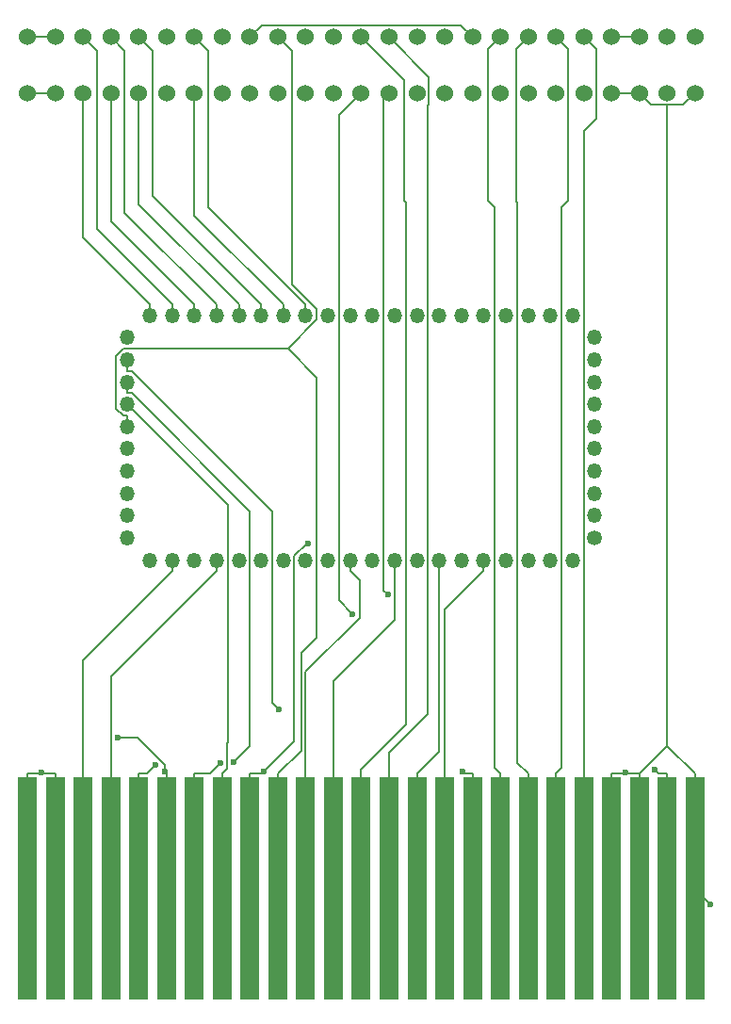
<source format=gbr>
%TF.GenerationSoftware,KiCad,Pcbnew,8.0.6*%
%TF.CreationDate,2024-10-17T23:30:33-05:00*%
%TF.ProjectId,n64_gamecat_rp2350b,6e36345f-6761-46d6-9563-61745f727032,rev?*%
%TF.SameCoordinates,Original*%
%TF.FileFunction,Copper,L2,Bot*%
%TF.FilePolarity,Positive*%
%FSLAX46Y46*%
G04 Gerber Fmt 4.6, Leading zero omitted, Abs format (unit mm)*
G04 Created by KiCad (PCBNEW 8.0.6) date 2024-10-17 23:30:33*
%MOMM*%
%LPD*%
G01*
G04 APERTURE LIST*
%TA.AperFunction,ComponentPad*%
%ADD10C,1.350000*%
%TD*%
%TA.AperFunction,ComponentPad*%
%ADD11O,1.350000X1.350000*%
%TD*%
%TA.AperFunction,SMDPad,CuDef*%
%ADD12R,1.800000X20.000000*%
%TD*%
%TA.AperFunction,ComponentPad*%
%ADD13C,1.524000*%
%TD*%
%TA.AperFunction,ViaPad*%
%ADD14C,0.600000*%
%TD*%
%TA.AperFunction,Conductor*%
%ADD15C,0.200000*%
%TD*%
G04 APERTURE END LIST*
D10*
%TO.P,U4,1,GPIO0*%
%TO.N,unconnected-(U4-GPIO0-Pad1)*%
X155000000Y-111500000D03*
D11*
%TO.P,U4,2,GPIO1*%
%TO.N,unconnected-(U4-GPIO1-Pad2)*%
X155000000Y-109500000D03*
%TO.P,U4,3,GPIO2*%
%TO.N,unconnected-(U4-GPIO2-Pad3)*%
X155000000Y-107500000D03*
%TO.P,U4,4,GPIO3*%
%TO.N,unconnected-(U4-GPIO3-Pad4)*%
X155000000Y-105500000D03*
%TO.P,U4,5,GPIO4*%
%TO.N,unconnected-(U4-GPIO4-Pad5)*%
X155000000Y-103500000D03*
%TO.P,U4,6,GPIO5*%
%TO.N,unconnected-(U4-GPIO5-Pad6)*%
X155000000Y-101500000D03*
%TO.P,U4,7,GPIO6*%
%TO.N,unconnected-(U4-GPIO6-Pad7)*%
X155000000Y-99500000D03*
%TO.P,U4,8,GPIO7*%
%TO.N,unconnected-(U4-GPIO7-Pad8)*%
X155000000Y-97500000D03*
%TO.P,U4,9,GPIO8*%
%TO.N,unconnected-(U4-GPIO8-Pad9)*%
X155000000Y-95500000D03*
%TO.P,U4,10,GPIO9*%
%TO.N,unconnected-(U4-GPIO9-Pad10)*%
X155000000Y-93500000D03*
%TO.P,U4,11,GPIO10*%
%TO.N,unconnected-(U4-GPIO10-Pad11)*%
X153000000Y-91500000D03*
%TO.P,U4,12,GPIO11*%
%TO.N,unconnected-(U4-GPIO11-Pad12)*%
X151000000Y-91500000D03*
%TO.P,U4,13,GPIO12*%
%TO.N,unconnected-(U4-GPIO12-Pad13)*%
X149000000Y-91500000D03*
%TO.P,U4,14,GPIO13*%
%TO.N,unconnected-(U4-GPIO13-Pad14)*%
X147000000Y-91500000D03*
%TO.P,U4,15,GPIO14*%
%TO.N,CA_AD7*%
X145000000Y-91500000D03*
%TO.P,U4,16,GPIO15*%
%TO.N,CA_AD8*%
X143000000Y-91500000D03*
%TO.P,U4,17,GPIO16*%
%TO.N,CA_AD6*%
X141000000Y-91500000D03*
%TO.P,U4,18,GPIO17*%
%TO.N,CA_AD9*%
X139000000Y-91500000D03*
%TO.P,U4,19,GPIO18*%
%TO.N,CA_AD5*%
X137000000Y-91500000D03*
%TO.P,U4,20,GPIO19*%
%TO.N,CA_AD10*%
X135000000Y-91500000D03*
%TO.P,U4,21,GPIO20*%
%TO.N,CA_AD4*%
X133000000Y-91500000D03*
%TO.P,U4,22,GPIO21*%
%TO.N,CA_AD11*%
X131000000Y-91500000D03*
%TO.P,U4,23,GPIO22*%
%TO.N,CA_AD3*%
X129000000Y-91500000D03*
%TO.P,U4,24,GPIO23*%
%TO.N,CA_AD12*%
X127000000Y-91500000D03*
%TO.P,U4,25,GPIO24*%
%TO.N,CA_AD2*%
X125000000Y-91500000D03*
%TO.P,U4,26,GPIO25*%
%TO.N,CA_AD13*%
X123000000Y-91500000D03*
%TO.P,U4,27,GPIO26*%
%TO.N,CA_AD1*%
X121000000Y-91500000D03*
%TO.P,U4,28,GPIO27*%
%TO.N,CA_AD14*%
X119000000Y-91500000D03*
%TO.P,U4,29,GPIO28*%
%TO.N,CA_AD0*%
X117000000Y-91500000D03*
%TO.P,U4,30,GPIO29*%
%TO.N,CA_AD15*%
X115000000Y-91500000D03*
%TO.P,U4,31,GPIO30*%
%TO.N,unconnected-(U4-GPIO30-Pad31)*%
X113000000Y-93500000D03*
%TO.P,U4,32,GPIO31*%
%TO.N,READ*%
X113000000Y-95500000D03*
%TO.P,U4,33,GPIO32*%
%TO.N,WRITE*%
X113000000Y-97500000D03*
%TO.P,U4,34,GPIO33*%
%TO.N,ALE_L*%
X113000000Y-99500000D03*
%TO.P,U4,35,GPIO34*%
%TO.N,ALE_H*%
X113000000Y-101500000D03*
%TO.P,U4,36,GPIO35*%
%TO.N,unconnected-(U4-GPIO35-Pad36)*%
X113000000Y-103500000D03*
%TO.P,U4,37,GPIO36*%
%TO.N,unconnected-(U4-GPIO36-Pad37)*%
X113000000Y-105500000D03*
%TO.P,U4,38,GPIO37*%
%TO.N,unconnected-(U4-GPIO37-Pad38)*%
X113000000Y-107500000D03*
%TO.P,U4,39,GPIO38*%
%TO.N,unconnected-(U4-GPIO38-Pad39)*%
X113000000Y-109500000D03*
%TO.P,U4,40,GPIO39*%
%TO.N,unconnected-(U4-GPIO39-Pad40)*%
X113000000Y-111500000D03*
%TO.P,U4,41,GPIO40*%
%TO.N,CO_AD15*%
X115000000Y-113500000D03*
%TO.P,U4,42,GPIO41*%
%TO.N,CO_AD0*%
X117000000Y-113500000D03*
%TO.P,U4,43,GPIO42*%
%TO.N,CO_AD14*%
X119000000Y-113500000D03*
%TO.P,U4,44,GPIO43*%
%TO.N,CO_AD1*%
X121000000Y-113500000D03*
%TO.P,U4,45,GPIO44*%
%TO.N,CO_AD13*%
X123000000Y-113500000D03*
%TO.P,U4,46,GPIO45*%
%TO.N,CO_AD2*%
X125000000Y-113500000D03*
%TO.P,U4,47,GPIO46*%
%TO.N,CO_AD12*%
X127000000Y-113500000D03*
%TO.P,U4,48,GPIO47*%
%TO.N,CO_AD3*%
X129000000Y-113500000D03*
%TO.P,U4,49,GPIO48*%
%TO.N,CO_AD11*%
X131000000Y-113500000D03*
%TO.P,U4,50,GPIO49*%
%TO.N,CO_AD4*%
X133000000Y-113500000D03*
%TO.P,U4,51,GPIO50*%
%TO.N,CO_AD10*%
X135000000Y-113500000D03*
%TO.P,U4,52,GPIO51*%
%TO.N,CO_AD5*%
X137000000Y-113500000D03*
%TO.P,U4,53,GPIO52*%
%TO.N,CO_AD9*%
X139000000Y-113500000D03*
%TO.P,U4,54,GPIO53*%
%TO.N,CO_AD6*%
X141000000Y-113500000D03*
%TO.P,U4,55,GPIO54*%
%TO.N,CO_AD8*%
X143000000Y-113500000D03*
%TO.P,U4,56,GPIO55*%
%TO.N,CO_AD7*%
X145000000Y-113500000D03*
%TO.P,U4,57,GPIO56*%
%TO.N,unconnected-(U4-GPIO56-Pad57)*%
X147000000Y-113500000D03*
%TO.P,U4,58,GPIO57*%
%TO.N,unconnected-(U4-GPIO57-Pad58)*%
X149000000Y-113500000D03*
%TO.P,U4,59,GPIO58*%
%TO.N,unconnected-(U4-GPIO58-Pad59)*%
X151000000Y-113500000D03*
%TO.P,U4,60,GPIO59*%
%TO.N,unconnected-(U4-GPIO59-Pad60)*%
X153000000Y-113500000D03*
%TD*%
D12*
%TO.P,U3,26,GND*%
%TO.N,GND*%
X104000000Y-143000000D03*
%TO.P,U3,27,GND*%
X106500000Y-143000000D03*
%TO.P,U3,28,AD0*%
%TO.N,CO_AD0*%
X109000000Y-143000000D03*
%TO.P,U3,29,AD1*%
%TO.N,CO_AD1*%
X111500000Y-143000000D03*
%TO.P,U3,30,AD2*%
%TO.N,CO_AD2*%
X114000000Y-143000000D03*
%TO.P,U3,31,GND*%
%TO.N,GND*%
X116500000Y-143000000D03*
%TO.P,U3,32,AD3*%
%TO.N,CO_AD3*%
X119000000Y-143000000D03*
%TO.P,U3,33,ALE_L*%
%TO.N,ALE_L*%
X121500000Y-143000000D03*
%TO.P,U3,34,VCC*%
%TO.N,+3V3*%
X124000000Y-143000000D03*
%TO.P,U3,35,ALE_H*%
%TO.N,ALE_H*%
X126500000Y-143000000D03*
%TO.P,U3,36,AD4*%
%TO.N,CO_AD4*%
X129000000Y-143000000D03*
%TO.P,U3,37,AD5*%
%TO.N,CO_AD5*%
X131500000Y-143000000D03*
%TO.P,U3,38,NC*%
%TO.N,Net-(U2-NC-Pad38)*%
X134000000Y-143000000D03*
%TO.P,U3,39,NC*%
%TO.N,Net-(U2-NC-Pad39)*%
X136500000Y-143000000D03*
%TO.P,U3,40,AD6*%
%TO.N,CO_AD6*%
X139000000Y-143000000D03*
%TO.P,U3,41,AD7*%
%TO.N,CO_AD7*%
X141500000Y-143000000D03*
%TO.P,U3,42,VCC*%
%TO.N,+3V3*%
X144000000Y-143000000D03*
%TO.P,U3,43,PIF_CIC*%
%TO.N,Net-(U2-PIF_CIC)*%
X146500000Y-143000000D03*
%TO.P,U3,44,JTAG_CLK*%
%TO.N,Net-(U2-JTAG_CLK)*%
X149000000Y-143000000D03*
%TO.P,U3,45,NMI_R4300*%
%TO.N,Net-(U2-NMI_R4300)*%
X151500000Y-143000000D03*
%TO.P,U3,46,VIDEO_CLK*%
%TO.N,Net-(U2-VIDEO_CLK)*%
X154000000Y-143000000D03*
%TO.P,U3,47,GND*%
%TO.N,GND*%
X156500000Y-143000000D03*
%TO.P,U3,48,GND*%
X159000000Y-143000000D03*
%TO.P,U3,49,R_AUDIO*%
%TO.N,Net-(U2-R_AUDIO)*%
X161500000Y-143000000D03*
%TO.P,U3,50,GND*%
%TO.N,GND*%
X164000000Y-143000000D03*
%TD*%
D13*
%TO.P,U2,1,GND*%
%TO.N,GND*%
X104000000Y-71500000D03*
%TO.P,U2,2,GND*%
X106500000Y-71500000D03*
%TO.P,U2,3,AD15*%
%TO.N,CA_AD15*%
X109000000Y-71500000D03*
%TO.P,U2,4,AD14*%
%TO.N,CA_AD14*%
X111500000Y-71500000D03*
%TO.P,U2,5,AD13*%
%TO.N,CA_AD13*%
X114000000Y-71500000D03*
%TO.P,U2,6,GND*%
%TO.N,GND*%
X116500000Y-71500000D03*
%TO.P,U2,7,AD12*%
%TO.N,CA_AD12*%
X119000000Y-71500000D03*
%TO.P,U2,8,WRITE*%
%TO.N,WRITE*%
X121500000Y-71500000D03*
%TO.P,U2,9,VCC*%
%TO.N,+3V3*%
X124000000Y-71500000D03*
%TO.P,U2,10,READ*%
%TO.N,READ*%
X126500000Y-71500000D03*
%TO.P,U2,11,AD11*%
%TO.N,CA_AD11*%
X129000000Y-71500000D03*
%TO.P,U2,12,AD10*%
%TO.N,CA_AD10*%
X131500000Y-71500000D03*
%TO.P,U2,13,NC*%
%TO.N,Net-(U2-NC-Pad13)*%
X134000000Y-71500000D03*
%TO.P,U2,14,NC*%
%TO.N,Net-(U2-NC-Pad14)*%
X136500000Y-71500000D03*
%TO.P,U2,15,AD9*%
%TO.N,CA_AD9*%
X139000000Y-71500000D03*
%TO.P,U2,16,AD8*%
%TO.N,CA_AD8*%
X141500000Y-71500000D03*
%TO.P,U2,17,VCC*%
%TO.N,+3V3*%
X144000000Y-71500000D03*
%TO.P,U2,18,CIC_PIF*%
%TO.N,Net-(U2-CIC_PIF)*%
X146500000Y-71500000D03*
%TO.P,U2,19,CLK_PIF*%
%TO.N,Net-(U2-CLK_PIF)*%
X149000000Y-71500000D03*
%TO.P,U2,20,COLD_RST*%
%TO.N,Net-(U2-COLD_RST)*%
X151500000Y-71500000D03*
%TO.P,U2,21,S_DAT*%
%TO.N,Net-(U2-S_DAT)*%
X154000000Y-71500000D03*
%TO.P,U2,22,GND*%
%TO.N,GND*%
X156500000Y-71500000D03*
%TO.P,U2,23,GND*%
X159000000Y-71500000D03*
%TO.P,U2,24,LAUDIO*%
%TO.N,Net-(U2-LAUDIO)*%
X161500000Y-71500000D03*
%TO.P,U2,25,GND*%
%TO.N,GND*%
X164000000Y-71500000D03*
%TO.P,U2,26,GND*%
X104000000Y-66500000D03*
%TO.P,U2,27,GND*%
X106500000Y-66500000D03*
%TO.P,U2,28,AD0*%
%TO.N,CA_AD0*%
X109000000Y-66500000D03*
%TO.P,U2,29,AD1*%
%TO.N,CA_AD1*%
X111500000Y-66500000D03*
%TO.P,U2,30,AD2*%
%TO.N,CA_AD2*%
X114000000Y-66500000D03*
%TO.P,U2,31,GND*%
%TO.N,GND*%
X116500000Y-66500000D03*
%TO.P,U2,32,AD3*%
%TO.N,CA_AD3*%
X119000000Y-66500000D03*
%TO.P,U2,33,ALE_L*%
%TO.N,ALE_L*%
X121500000Y-66500000D03*
%TO.P,U2,34,VCC*%
%TO.N,+3V3*%
X124000000Y-66500000D03*
%TO.P,U2,35,ALE_H*%
%TO.N,ALE_H*%
X126500000Y-66500000D03*
%TO.P,U2,36,AD4*%
%TO.N,CA_AD4*%
X129000000Y-66500000D03*
%TO.P,U2,37,AD5*%
%TO.N,CA_AD5*%
X131500000Y-66500000D03*
%TO.P,U2,38,NC*%
%TO.N,Net-(U2-NC-Pad38)*%
X134000000Y-66500000D03*
%TO.P,U2,39,NC*%
%TO.N,Net-(U2-NC-Pad39)*%
X136500000Y-66500000D03*
%TO.P,U2,40,AD6*%
%TO.N,CA_AD6*%
X139000000Y-66500000D03*
%TO.P,U2,41,AD7*%
%TO.N,CA_AD7*%
X141500000Y-66500000D03*
%TO.P,U2,42,VCC*%
%TO.N,+3V3*%
X144000000Y-66500000D03*
%TO.P,U2,43,PIF_CIC*%
%TO.N,Net-(U2-PIF_CIC)*%
X146500000Y-66500000D03*
%TO.P,U2,44,JTAG_CLK*%
%TO.N,Net-(U2-JTAG_CLK)*%
X149000000Y-66500000D03*
%TO.P,U2,45,NMI_R4300*%
%TO.N,Net-(U2-NMI_R4300)*%
X151500000Y-66500000D03*
%TO.P,U2,46,VIDEO_CLK*%
%TO.N,Net-(U2-VIDEO_CLK)*%
X154000000Y-66500000D03*
%TO.P,U2,47,GND*%
%TO.N,GND*%
X156500000Y-66500000D03*
%TO.P,U2,48,GND*%
X159000000Y-66500000D03*
%TO.P,U2,49,R_AUDIO*%
%TO.N,Net-(U2-R_AUDIO)*%
X161500000Y-66500000D03*
%TO.P,U2,50,GND*%
%TO.N,GND*%
X164000000Y-66500000D03*
%TD*%
D14*
%TO.N,WRITE*%
X122564800Y-131641900D03*
%TO.N,CO_AD3*%
X121334400Y-131782100D03*
%TO.N,CO_AD2*%
X115523300Y-131938200D03*
%TO.N,Net-(U2-R_AUDIO)*%
X160399900Y-132347700D03*
%TO.N,READ*%
X126585800Y-126880600D03*
%TO.N,+3V3*%
X143112900Y-132495200D03*
X129201700Y-111995000D03*
X125250000Y-132483400D03*
%TO.N,Net-(U2-NC-Pad13)*%
X133233200Y-118332100D03*
%TO.N,GND*%
X165406100Y-144406100D03*
X116356000Y-132475000D03*
X112109300Y-129450900D03*
X157750000Y-132585000D03*
X105250000Y-132585000D03*
%TO.N,Net-(U2-NC-Pad14)*%
X136376200Y-116591400D03*
%TD*%
D15*
%TO.N,WRITE*%
X113000000Y-97500000D02*
X113000000Y-98476700D01*
X123998600Y-130208100D02*
X122564800Y-131641900D01*
X123998600Y-109109000D02*
X123998600Y-130208100D01*
X113366300Y-98476700D02*
X123998600Y-109109000D01*
X113000000Y-98476700D02*
X113366300Y-98476700D01*
%TO.N,CA_AD13*%
X114000000Y-81523300D02*
X123000000Y-90523300D01*
X114000000Y-71500000D02*
X114000000Y-81523300D01*
X123000000Y-91500000D02*
X123000000Y-90523300D01*
%TO.N,CA_AD12*%
X119000000Y-82523300D02*
X127000000Y-90523300D01*
X119000000Y-71500000D02*
X119000000Y-82523300D01*
X127000000Y-91500000D02*
X127000000Y-90523300D01*
%TO.N,CA_AD15*%
X109000000Y-84523300D02*
X115000000Y-90523300D01*
X109000000Y-71500000D02*
X109000000Y-84523300D01*
X115000000Y-91500000D02*
X115000000Y-90523300D01*
%TO.N,CA_AD14*%
X111500000Y-83023300D02*
X119000000Y-90523300D01*
X111500000Y-71500000D02*
X111500000Y-83023300D01*
X119000000Y-91500000D02*
X119000000Y-90523300D01*
%TO.N,CO_AD3*%
X119000000Y-143000000D02*
X119000000Y-132698300D01*
X120418200Y-132698300D02*
X121334400Y-131782100D01*
X119000000Y-132698300D02*
X120418200Y-132698300D01*
%TO.N,CO_AD6*%
X141000000Y-113500000D02*
X141000000Y-114476700D01*
X139000000Y-143000000D02*
X139000000Y-132698300D01*
X141000000Y-130698300D02*
X141000000Y-114476700D01*
X139000000Y-132698300D02*
X141000000Y-130698300D01*
%TO.N,CO_AD5*%
X137000000Y-118873900D02*
X137000000Y-113500000D01*
X131500000Y-124373900D02*
X137000000Y-118873900D01*
X131500000Y-143000000D02*
X131500000Y-124373900D01*
%TO.N,CO_AD0*%
X109000000Y-122476700D02*
X117000000Y-114476700D01*
X109000000Y-143000000D02*
X109000000Y-122476700D01*
X117000000Y-113500000D02*
X117000000Y-114476700D01*
%TO.N,CO_AD4*%
X133840600Y-115317300D02*
X133000000Y-114476700D01*
X133840600Y-118690400D02*
X133840600Y-115317300D01*
X129000000Y-123531000D02*
X133840600Y-118690400D01*
X129000000Y-143000000D02*
X129000000Y-123531000D01*
X133000000Y-113500000D02*
X133000000Y-114476700D01*
%TO.N,CO_AD2*%
X114763200Y-132698300D02*
X115523300Y-131938200D01*
X114000000Y-132698300D02*
X114763200Y-132698300D01*
X114000000Y-143000000D02*
X114000000Y-132698300D01*
%TO.N,CO_AD7*%
X141500000Y-117976700D02*
X145000000Y-114476700D01*
X141500000Y-143000000D02*
X141500000Y-117976700D01*
X145000000Y-113500000D02*
X145000000Y-114476700D01*
%TO.N,CO_AD1*%
X111500000Y-143000000D02*
X111500000Y-132698300D01*
X121000000Y-113500000D02*
X121000000Y-114476700D01*
X111500000Y-123976700D02*
X111500000Y-132698300D01*
X121000000Y-114476700D02*
X111500000Y-123976700D01*
%TO.N,Net-(U2-VIDEO_CLK)*%
X154000000Y-74952000D02*
X154000000Y-143000000D01*
X155093700Y-73858300D02*
X154000000Y-74952000D01*
X155093700Y-67593700D02*
X155093700Y-73858300D01*
X154000000Y-66500000D02*
X155093700Y-67593700D01*
%TO.N,Net-(U2-NMI_R4300)*%
X152000000Y-132198300D02*
X151500000Y-132698300D01*
X152000000Y-81749300D02*
X152000000Y-132198300D01*
X152589900Y-81159400D02*
X152000000Y-81749300D01*
X152589900Y-67589900D02*
X152589900Y-81159400D01*
X151500000Y-66500000D02*
X152589900Y-67589900D01*
X151500000Y-143000000D02*
X151500000Y-132698300D01*
%TO.N,CA_AD1*%
X112750000Y-82273300D02*
X121000000Y-90523300D01*
X112750000Y-67750000D02*
X112750000Y-82273300D01*
X111500000Y-66500000D02*
X112750000Y-67750000D01*
X121000000Y-91500000D02*
X121000000Y-90523300D01*
%TO.N,Net-(U2-NC-Pad39)*%
X140098800Y-70098800D02*
X136500000Y-66500000D01*
X140098800Y-72534600D02*
X140098800Y-70098800D01*
X140000000Y-72633400D02*
X140098800Y-72534600D01*
X140000000Y-127318600D02*
X140000000Y-72633400D01*
X136500000Y-130818600D02*
X140000000Y-127318600D01*
X136500000Y-143000000D02*
X136500000Y-130818600D01*
%TO.N,CA_AD2*%
X115250000Y-80773300D02*
X125000000Y-90523300D01*
X115250000Y-67750000D02*
X115250000Y-80773300D01*
X114000000Y-66500000D02*
X115250000Y-67750000D01*
X125000000Y-91500000D02*
X125000000Y-90523300D01*
%TO.N,ALE_L*%
X121500000Y-143000000D02*
X121500000Y-132698300D01*
X121944500Y-132253800D02*
X121500000Y-132698300D01*
X121944500Y-129900400D02*
X121944500Y-132253800D01*
X122000000Y-129844900D02*
X121944500Y-129900400D01*
X122000000Y-108500000D02*
X122000000Y-129844900D01*
X113000000Y-99500000D02*
X122000000Y-108500000D01*
%TO.N,Net-(U2-JTAG_CLK)*%
X147999900Y-131698200D02*
X149000000Y-132698300D01*
X147999900Y-81361200D02*
X147999900Y-131698200D01*
X147920400Y-81281700D02*
X147999900Y-81361200D01*
X147920400Y-67579600D02*
X147920400Y-81281700D01*
X149000000Y-66500000D02*
X147920400Y-67579600D01*
X149000000Y-143000000D02*
X149000000Y-132698300D01*
%TO.N,CA_AD3*%
X120250000Y-81773300D02*
X129000000Y-90523300D01*
X120250000Y-67750000D02*
X120250000Y-81773300D01*
X119000000Y-66500000D02*
X120250000Y-67750000D01*
X129000000Y-91500000D02*
X129000000Y-90523300D01*
%TO.N,ALE_H*%
X113000000Y-101500000D02*
X113000000Y-100523300D01*
X126500000Y-143000000D02*
X126500000Y-132698300D01*
X129998500Y-91903700D02*
X127402200Y-94500000D01*
X129998500Y-90948500D02*
X129998500Y-91903700D01*
X127750000Y-88700000D02*
X129998500Y-90948500D01*
X127750000Y-67750000D02*
X127750000Y-88700000D01*
X126500000Y-66500000D02*
X127750000Y-67750000D01*
X112595200Y-100523300D02*
X113000000Y-100523300D01*
X111979400Y-99907500D02*
X112595200Y-100523300D01*
X111979400Y-95131400D02*
X111979400Y-99907500D01*
X112610800Y-94500000D02*
X111979400Y-95131400D01*
X127402200Y-94500000D02*
X112610800Y-94500000D01*
X130000000Y-97097800D02*
X127402200Y-94500000D01*
X130000000Y-120441800D02*
X130000000Y-97097800D01*
X128591400Y-121850400D02*
X130000000Y-120441800D01*
X128591400Y-130606900D02*
X128591400Y-121850400D01*
X126500000Y-132698300D02*
X128591400Y-130606900D01*
%TO.N,Net-(U2-R_AUDIO)*%
X160750500Y-132698300D02*
X160399900Y-132347700D01*
X161500000Y-132698300D02*
X160750500Y-132698300D01*
X161500000Y-143000000D02*
X161500000Y-132698300D01*
%TO.N,READ*%
X126000000Y-126294800D02*
X126585800Y-126880600D01*
X126000000Y-109110400D02*
X126000000Y-126294800D01*
X113366300Y-96476700D02*
X126000000Y-109110400D01*
X113000000Y-96476700D02*
X113366300Y-96476700D01*
X113000000Y-95500000D02*
X113000000Y-96476700D01*
%TO.N,CA_AD0*%
X110250000Y-83773300D02*
X117000000Y-90523300D01*
X110250000Y-67750000D02*
X110250000Y-83773300D01*
X109000000Y-66500000D02*
X110250000Y-67750000D01*
X117000000Y-91500000D02*
X117000000Y-90523300D01*
%TO.N,+3V3*%
X144000000Y-143000000D02*
X144000000Y-132698300D01*
X143316000Y-132698300D02*
X143112900Y-132495200D01*
X144000000Y-132698300D02*
X143316000Y-132698300D01*
X125074500Y-65425500D02*
X124000000Y-66500000D01*
X142925500Y-65425500D02*
X125074500Y-65425500D01*
X144000000Y-66500000D02*
X142925500Y-65425500D01*
X124000000Y-143000000D02*
X124000000Y-132698300D01*
X125035100Y-132698300D02*
X124000000Y-132698300D01*
X125250000Y-132483400D02*
X125035100Y-132698300D01*
X127976800Y-129756600D02*
X125250000Y-132483400D01*
X127976800Y-113119100D02*
X127976800Y-129756600D01*
X129100900Y-111995000D02*
X127976800Y-113119100D01*
X129201700Y-111995000D02*
X129100900Y-111995000D01*
%TO.N,Net-(U2-NC-Pad13)*%
X132000000Y-117098900D02*
X133233200Y-118332100D01*
X132000000Y-73500000D02*
X132000000Y-117098900D01*
X134000000Y-71500000D02*
X132000000Y-73500000D01*
%TO.N,Net-(U2-NC-Pad38)*%
X134000000Y-132307800D02*
X134000000Y-143000000D01*
X138000000Y-128307800D02*
X134000000Y-132307800D01*
X138000000Y-81361300D02*
X138000000Y-128307800D01*
X137865700Y-81227000D02*
X138000000Y-81361300D01*
X137865700Y-70365700D02*
X137865700Y-81227000D01*
X134000000Y-66500000D02*
X137865700Y-70365700D01*
%TO.N,GND*%
X159000000Y-71500000D02*
X156500000Y-71500000D01*
X164000000Y-143000000D02*
X165406100Y-144406100D01*
X156500000Y-143000000D02*
X156500000Y-132698300D01*
X164000000Y-143000000D02*
X164000000Y-132698300D01*
X159000000Y-143000000D02*
X159000000Y-132698300D01*
X116500000Y-143000000D02*
X116500000Y-132698300D01*
X159000000Y-66500000D02*
X156500000Y-66500000D01*
X104000000Y-143000000D02*
X104000000Y-132698300D01*
X106500000Y-71500000D02*
X104000000Y-71500000D01*
X106500000Y-143000000D02*
X106500000Y-132698300D01*
X162923400Y-72576600D02*
X161500000Y-72576600D01*
X164000000Y-71500000D02*
X162923400Y-72576600D01*
X160076600Y-72576600D02*
X159000000Y-71500000D01*
X161500000Y-72576600D02*
X160076600Y-72576600D01*
X161500000Y-72576600D02*
X161500000Y-130198300D01*
X159000000Y-132698300D02*
X161500000Y-130198300D01*
X161500000Y-130198300D02*
X164000000Y-132698300D01*
X116356000Y-132554300D02*
X116356000Y-132475000D01*
X116500000Y-132698300D02*
X116356000Y-132554300D01*
X159000000Y-132698300D02*
X157750000Y-132698300D01*
X157750000Y-132698300D02*
X156500000Y-132698300D01*
X157750000Y-132698300D02*
X157750000Y-132585000D01*
X105250000Y-132585000D02*
X105250000Y-132698300D01*
X106500000Y-132698300D02*
X105250000Y-132698300D01*
X105250000Y-132698300D02*
X104000000Y-132698300D01*
X106500000Y-66500000D02*
X104000000Y-66500000D01*
X113886900Y-129450900D02*
X112109300Y-129450900D01*
X116356000Y-131920000D02*
X113886900Y-129450900D01*
X116356000Y-132475000D02*
X116356000Y-131920000D01*
%TO.N,Net-(U2-NC-Pad14)*%
X136000000Y-116215200D02*
X136376200Y-116591400D01*
X136000000Y-72000000D02*
X136000000Y-116215200D01*
X136500000Y-71500000D02*
X136000000Y-72000000D01*
%TO.N,Net-(U2-PIF_CIC)*%
X145999900Y-132198200D02*
X146500000Y-132698300D01*
X145999900Y-81749200D02*
X145999900Y-132198200D01*
X145410200Y-81159500D02*
X145999900Y-81749200D01*
X145410200Y-67589800D02*
X145410200Y-81159500D01*
X146500000Y-66500000D02*
X145410200Y-67589800D01*
X146500000Y-143000000D02*
X146500000Y-132698300D01*
%TD*%
M02*

</source>
